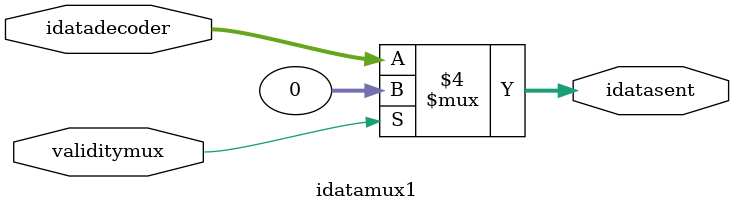
<source format=v>
`timescale 1ns / 1ps
module idatamux1(validitymux,idatadecoder,idatasent
    );
input wire validitymux;
input wire [31:0] idatadecoder;
output reg [31:0] idatasent;

always@(*)begin
if (validitymux==0)
idatasent<=idatadecoder;
else
idatasent<=0;
end

endmodule

</source>
